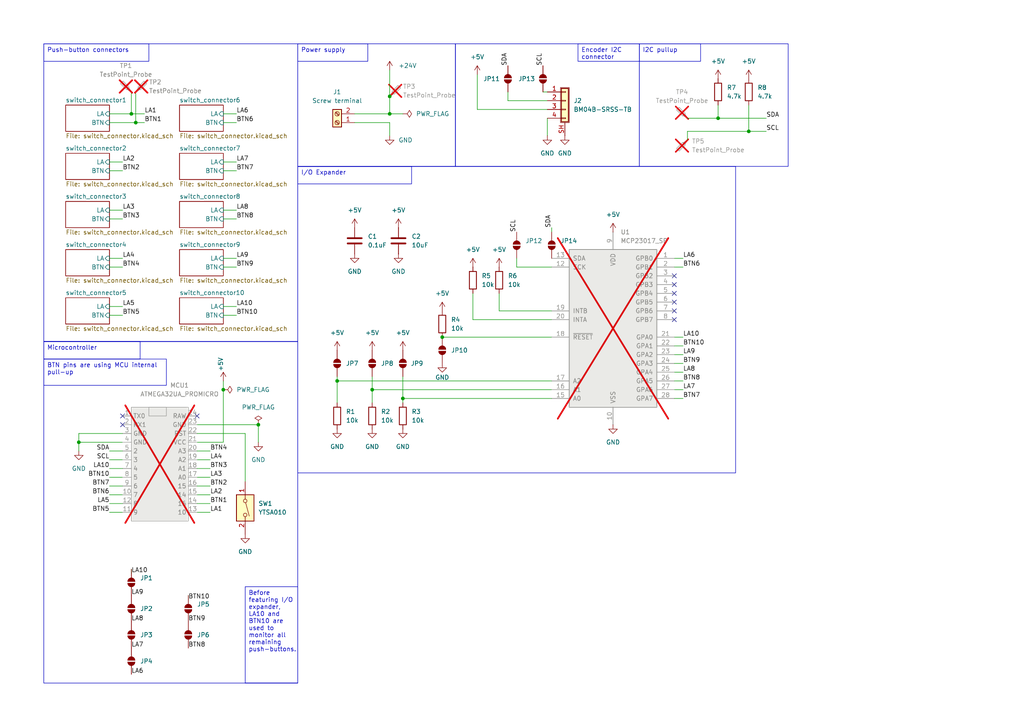
<source format=kicad_sch>
(kicad_sch (version 20231120) (generator "eeschema") (generator_version "8.0")
  (paper "A4")
  (title_block (title "Dianthus (button box)") (date "2024-04-14") (rev "v1") (company "Eliott CHOMARD freelancing"))
  (lib_symbols
    (symbol "Connector:Screw_Terminal_01x02" (pin_names (offset 1.016) hide)
      (property "Reference" "J" (at 0 2.54 0))
      (property "Value" "Screw_Terminal_01x02" (at 0 -5.08 0))
      (symbol "Screw_Terminal_01x02_1_1"
        (rectangle (start -1.27 1.27) (end 1.27 -3.81) (stroke (width 0.254)) (fill (type background)))
        (circle (center 0 -2.54) (radius 0.635) (stroke (width 0.1524)))
        (polyline (pts (xy -0.5334 -2.2098) (xy 0.3302 -3.048)) (stroke (width 0.1524)))
        (polyline (pts (xy -0.5334 0.3302) (xy 0.3302 -0.508)) (stroke (width 0.1524)))
        (polyline (pts (xy -0.3556 -2.032) (xy 0.508 -2.8702)) (stroke (width 0.1524)))
        (polyline (pts (xy -0.3556 0.508) (xy 0.508 -0.3302)) (stroke (width 0.1524)))
        (circle (center 0 0) (radius 0.635) (stroke (width 0.1524)))
        (pin passive line (at -5.08 0 0) (length 3.81) (name "Pin_1") (number "1"))
        (pin passive line (at -5.08 -2.54 0) (length 3.81) (name "Pin_2") (number "2"))
      )
    )
    (symbol "Connector:TestPoint_Probe" (pin_numbers hide) (pin_names (offset 0.762) hide)
      (property "Reference" "TP" (at 1.651 5.842 0))
      (property "Value" "TestPoint_Probe" (at 1.651 4.064 0))
      (symbol "TestPoint_Probe_0_1"
        (polyline (pts (xy 1.27 0.762) (xy 0 0) (xy 0.762 1.27) (xy 1.27 0.762)) (fill (type outline)))
        (polyline (pts (xy 1.397 0.635) (xy 0.635 1.397) (xy 2.413 3.175) (xy 3.175 2.413) (xy 1.397 0.635)) (fill (type background)))
      )
      (symbol "TestPoint_Probe_1_1"
        (pin passive line (at 0 0 90) (length 0) (name "1") (number "1"))
      )
    )
    (symbol "Connector_Generic_Shielded:Conn_01x04_Shielded" (pin_names (offset 1.016) hide)
      (property "Reference" "J" (at 0.254 4.826 0))
      (property "Value" "Conn_01x04_Shielded" (at 1.016 -7.366 0))
      (symbol "Conn_01x04_Shielded_1_1"
        (rectangle (start -1.27 3.81) (end 1.27 -6.35) (stroke (width 0.1524)))
        (rectangle (start -1.016 -4.953) (end 0.254 -5.207) (stroke (width 0.1524)))
        (rectangle (start -1.016 -2.413) (end 0.254 -2.667) (stroke (width 0.1524)))
        (rectangle (start -1.016 0.127) (end 0.254 -0.127) (stroke (width 0.1524)))
        (rectangle (start -1.016 2.667) (end 0.254 2.413) (stroke (width 0.1524)))
        (rectangle (start -1.016 3.556) (end 1.016 -6.096) (stroke (width 0.254)) (fill (type background)))
        (pin passive line (at -5.08 2.54 0) (length 4.064) (name "Pin_1") (number "1"))
        (pin passive line (at -5.08 0 0) (length 4.064) (name "Pin_2") (number "2"))
        (pin passive line (at -5.08 -2.54 0) (length 4.064) (name "Pin_3") (number "3"))
        (pin passive line (at -5.08 -5.08 0) (length 4.064) (name "Pin_4") (number "4"))
        (pin passive line (at 0 -10.16 90) (length 3.81) (name "Shield") (number "SH"))
      )
    )
    (symbol "Device:C" (pin_numbers hide) (pin_names (offset 0.254))
      (property "Reference" "C" (at 0.635 2.54 0))
      (property "Value" "C" (at 0.635 -2.54 0))
      (symbol "C_0_1"
        (polyline (pts (xy -2.032 -0.762) (xy 2.032 -0.762)) (stroke (width 0.508)))
        (polyline (pts (xy -2.032 0.762) (xy 2.032 0.762)) (stroke (width 0.508)))
      )
      (symbol "C_1_1"
        (pin passive line (at 0 3.81 270) (length 2.794) (name "~") (number "1"))
        (pin passive line (at 0 -3.81 90) (length 2.794) (name "~") (number "2"))
      )
    )
    (symbol "Device:R" (pin_numbers hide) (pin_names (offset 0))
      (property "Reference" "R" (at 2.032 0 90))
      (property "Value" "R" (at 0 0 90))
      (symbol "R_0_1"
        (rectangle (start -1.016 -2.54) (end 1.016 2.54) (stroke (width 0.254)))
      )
      (symbol "R_1_1"
        (pin passive line (at 0 3.81 270) (length 1.27) (name "~") (number "1"))
        (pin passive line (at 0 -3.81 90) (length 1.27) (name "~") (number "2"))
      )
    )
    (symbol "Interface_Expansion:MCP23017_SP" (pin_names (offset 1.016))
      (property "Reference" "U" (at -11.43 24.13 0))
      (property "Value" "MCP23017_SP" (at 0 0 0))
      (symbol "MCP23017_SP_0_1"
        (rectangle (start -12.7 22.86) (end 12.7 -22.86) (stroke (width 0.254)) (fill (type background)))
      )
      (symbol "MCP23017_SP_1_1"
        (pin bidirectional line (at 17.78 20.32 180) (length 5.08) (name "GPB0") (number "1"))
        (pin power_in line (at 0 -27.94 90) (length 5.08) (name "VSS") (number "10"))
        (pin no_connect line (at -12.7 15.24 0) (length 5.08) hide (name "NC") (number "11"))
        (pin input line (at -17.78 17.78 0) (length 5.08) (name "SCK") (number "12"))
        (pin bidirectional line (at -17.78 20.32 0) (length 5.08) (name "SDA") (number "13"))
        (pin no_connect line (at -12.7 12.7 0) (length 5.08) hide (name "NC") (number "14"))
        (pin input line (at -17.78 -20.32 0) (length 5.08) (name "A0") (number "15"))
        (pin input line (at -17.78 -17.78 0) (length 5.08) (name "A1") (number "16"))
        (pin input line (at -17.78 -15.24 0) (length 5.08) (name "A2") (number "17"))
        (pin input line (at -17.78 -2.54 0) (length 5.08) (name "~{RESET}") (number "18"))
        (pin tri_state line (at -17.78 5.08 0) (length 5.08) (name "INTB") (number "19"))
        (pin bidirectional line (at 17.78 17.78 180) (length 5.08) (name "GPB1") (number "2"))
        (pin tri_state line (at -17.78 2.54 0) (length 5.08) (name "INTA") (number "20"))
        (pin bidirectional line (at 17.78 -2.54 180) (length 5.08) (name "GPA0") (number "21"))
        (pin bidirectional line (at 17.78 -5.08 180) (length 5.08) (name "GPA1") (number "22"))
        (pin bidirectional line (at 17.78 -7.62 180) (length 5.08) (name "GPA2") (number "23"))
        (pin bidirectional line (at 17.78 -10.16 180) (length 5.08) (name "GPA3") (number "24"))
        (pin bidirectional line (at 17.78 -12.7 180) (length 5.08) (name "GPA4") (number "25"))
        (pin bidirectional line (at 17.78 -15.24 180) (length 5.08) (name "GPA5") (number "26"))
        (pin bidirectional line (at 17.78 -17.78 180) (length 5.08) (name "GPA6") (number "27"))
        (pin bidirectional line (at 17.78 -20.32 180) (length 5.08) (name "GPA7") (number "28"))
        (pin bidirectional line (at 17.78 15.24 180) (length 5.08) (name "GPB2") (number "3"))
        (pin bidirectional line (at 17.78 12.7 180) (length 5.08) (name "GPB3") (number "4"))
        (pin bidirectional line (at 17.78 10.16 180) (length 5.08) (name "GPB4") (number "5"))
        (pin bidirectional line (at 17.78 7.62 180) (length 5.08) (name "GPB5") (number "6"))
        (pin bidirectional line (at 17.78 5.08 180) (length 5.08) (name "GPB6") (number "7"))
        (pin bidirectional line (at 17.78 2.54 180) (length 5.08) (name "GPB7") (number "8"))
        (pin power_in line (at 0 27.94 270) (length 5.08) (name "VDD") (number "9"))
      )
    )
    (symbol "Jumper:SolderJumper_2_Open" (pin_numbers hide) (pin_names (offset 0) hide) (exclude_from_sim yes) (in_bom no)
      (property "Reference" "JP" (at 0 2.032 0))
      (property "Value" "SolderJumper_2_Open" (at 0 -2.54 0))
      (symbol "SolderJumper_2_Open_0_1"
        (arc (start -0.254 1.016) (mid -1.2656 0) (end -0.254 -1.016))
        (arc (start -0.254 1.016) (mid -1.2656 0) (end -0.254 -1.016) (fill (type outline)))
        (polyline (pts (xy -0.254 1.016) (xy -0.254 -1.016)))
        (polyline (pts (xy 0.254 1.016) (xy 0.254 -1.016)))
        (arc (start 0.254 -1.016) (mid 1.2656 0) (end 0.254 1.016))
        (arc (start 0.254 -1.016) (mid 1.2656 0) (end 0.254 1.016) (fill (type outline)))
      )
      (symbol "SolderJumper_2_Open_1_1"
        (pin passive line (at -3.81 0 0) (length 2.54) (name "A") (number "1"))
        (pin passive line (at 3.81 0 180) (length 2.54) (name "B") (number "2"))
      )
    )
    (symbol "Switch:SW_DIP_x01" (pin_names (offset 0) hide)
      (property "Reference" "SW" (at 0 3.81 0))
      (property "Value" "SW_DIP_x01" (at 0 -3.81 0))
      (symbol "SW_DIP_x01_0_0"
        (circle (center -2.032 0) (radius 0.508))
        (polyline (pts (xy -1.524 0.127) (xy 2.3622 1.1684)))
        (circle (center 2.032 0) (radius 0.508))
      )
      (symbol "SW_DIP_x01_0_1"
        (rectangle (start -3.81 2.54) (end 3.81 -2.54) (stroke (width 0.254)) (fill (type background)))
      )
      (symbol "SW_DIP_x01_1_1"
        (pin passive line (at -7.62 0 0) (length 5.08) (name "~") (number "1"))
        (pin passive line (at 7.62 0 180) (length 5.08) (name "~") (number "2"))
      )
    )
    (symbol "breakout:pro_micro"
      (property "Reference" "MCU" (at -5.969 15.621 0))
      (symbol "pro_micro_1_1"
        (rectangle (start -3.81 11.43) (end -8.89 13.97) (fill (type color) (color 255 0 0 1)))
        (rectangle (start 2.54 -19.05) (end -13.97 13.97) (fill (type background)))
        (pin output line (at -16.51 11.43 0) (length 2.54) (name "TX0") (number "1"))
        (pin tri_state line (at -16.51 -11.43 0) (length 2.54) (name "7") (number "10"))
        (pin tri_state line (at -16.51 -16.51 0) (length 2.54) (name "9") (number "11"))
        (pin tri_state line (at -16.51 -13.97 0) (length 2.54) (name "8") (number "12"))
        (pin tri_state line (at 5.08 -16.51 180) (length 2.54) (name "10") (number "13"))
        (pin tri_state line (at 5.08 -13.97 180) (length 2.54) (name "16") (number "14"))
        (pin tri_state line (at 5.08 -11.43 180) (length 2.54) (name "14") (number "15"))
        (pin tri_state line (at 5.08 -8.89 180) (length 2.54) (name "15") (number "16"))
        (pin tri_state line (at 5.08 -6.35 180) (length 2.54) (name "A0") (number "17"))
        (pin tri_state line (at 5.08 -3.81 180) (length 2.54) (name "A1") (number "18"))
        (pin tri_state line (at 5.08 -1.27 180) (length 2.54) (name "A2") (number "19"))
        (pin input line (at -16.51 8.89 0) (length 2.54) (name "RX1") (number "2"))
        (pin tri_state line (at 5.08 1.27 180) (length 2.54) (name "A3") (number "20"))
        (pin power_in line (at 5.08 3.81 180) (length 2.54) (name "VCC") (number "21"))
        (pin input line (at 5.08 6.35 180) (length 2.54) (name "RST") (number "22"))
        (pin power_in line (at 5.08 8.89 180) (length 2.54) (name "GND") (number "23"))
        (pin power_out line (at 5.08 11.43 180) (length 2.54) (name "RAW") (number "24"))
        (pin power_in line (at -16.51 6.35 0) (length 2.54) (name "GND") (number "3"))
        (pin power_in line (at -16.51 3.81 0) (length 2.54) (name "GND") (number "4"))
        (pin tri_state line (at -16.51 1.27 0) (length 2.54) (name "2") (number "5"))
        (pin tri_state line (at -16.51 -1.27 0) (length 2.54) (name "3") (number "6"))
        (pin tri_state line (at -16.51 -3.81 0) (length 2.54) (name "4") (number "7"))
        (pin tri_state line (at -16.51 -6.35 0) (length 2.54) (name "5") (number "8"))
        (pin tri_state line (at -16.51 -8.89 0) (length 2.54) (name "6") (number "9"))
      )
    )
    (symbol "power:+24V" (power) (pin_numbers hide) (pin_names (offset 0) hide)
      (property "Value" "+24V" (at 0 3.556 0))
      (symbol "+24V_0_1"
        (polyline (pts (xy -0.762 1.27) (xy 0 2.54)))
        (polyline (pts (xy 0 0) (xy 0 2.54)))
        (polyline (pts (xy 0 2.54) (xy 0.762 1.27)))
      )
      (symbol "+24V_1_1"
        (pin power_in line (at 0 0 90) (length 0) (name "~") (number "1"))
      )
    )
    (symbol "power:+5V" (power) (pin_numbers hide) (pin_names (offset 0) hide)
      (property "Value" "+5V" (at 0 3.556 0))
      (symbol "+5V_0_1"
        (polyline (pts (xy -0.762 1.27) (xy 0 2.54)))
        (polyline (pts (xy 0 0) (xy 0 2.54)))
        (polyline (pts (xy 0 2.54) (xy 0.762 1.27)))
      )
      (symbol "+5V_1_1"
        (pin power_in line (at 0 0 90) (length 0) (name "~") (number "1"))
      )
    )
    (symbol "power:GND" (power) (pin_numbers hide) (pin_names (offset 0) hide)
      (property "Value" "GND" (at 0 -3.81 0))
      (symbol "GND_0_1"
        (polyline (pts (xy 0 0) (xy 0 -1.27) (xy 1.27 -1.27) (xy 0 -2.54) (xy -1.27 -1.27) (xy 0 -1.27)))
      )
      (symbol "GND_1_1"
        (pin power_in line (at 0 0 270) (length 0) (name "~") (number "1"))
      )
    )
    (symbol "power:PWR_FLAG" (power) (pin_numbers hide) (pin_names (offset 0) hide)
      (property "Value" "PWR_FLAG" (at 0 3.81 0))
      (symbol "PWR_FLAG_0_0"
        (pin power_out line (at 0 0 90) (length 0) (name "~") (number "1"))
      )
      (symbol "PWR_FLAG_0_1"
        (polyline (pts (xy 0 0) (xy 0 1.27) (xy -1.016 1.905) (xy 0 2.54) (xy 1.016 1.905) (xy 0 1.27)))
      )
    )
  )
  (junction (at 22.86 128.27))
  (junction (at 208.28 34.29))
  (junction (at 107.95 113.03))
  (junction (at 128.27 97.79))
  (junction (at 97.79 110.49))
  (junction (at 64.77 113.03))
  (junction (at 217.17 38.1))
  (junction (at 113.03 33.02))
  (junction (at 38.1 33.02))
  (junction (at 39.37 35.56))
  (junction (at 113.03 27.94))
  (junction (at 116.84 115.57))
  (junction (at 74.93 123.19))
  (no_connect (at 195.58 87.63))
  (no_connect (at 35.56 123.19))
  (no_connect (at 35.56 120.65))
  (no_connect (at 195.58 80.01))
  (no_connect (at 195.58 82.55))
  (no_connect (at 57.15 120.65))
  (no_connect (at 195.58 85.09))
  (no_connect (at 195.58 90.17))
  (no_connect (at 195.58 92.71))
  (wire (pts (xy 64.77 46.99) (xy 68.58 46.99)))
  (wire (pts (xy 97.79 110.49) (xy 97.79 116.84)))
  (wire (pts (xy 38.1 26.67) (xy 38.1 33.02)))
  (wire (pts (xy 31.75 49.53) (xy 35.56 49.53)))
  (wire (pts (xy 157.48 26.67) (xy 158.75 26.67)))
  (wire (pts (xy 195.58 115.57) (xy 198.12 115.57)))
  (wire (pts (xy 195.58 105.41) (xy 198.12 105.41)))
  (wire (pts (xy 97.79 110.49) (xy 97.79 109.22)))
  (wire (pts (xy 35.56 128.27) (xy 22.86 128.27)))
  (wire (pts (xy 31.75 77.47) (xy 35.56 77.47)))
  (wire (pts (xy 217.17 38.1) (xy 222.25 38.1)))
  (wire (pts (xy 64.77 128.27) (xy 57.15 128.27)))
  (wire (pts (xy 107.95 113.03) (xy 107.95 116.84)))
  (wire (pts (xy 31.75 130.81) (xy 35.56 130.81)))
  (wire (pts (xy 116.84 115.57) (xy 116.84 109.22)))
  (wire (pts (xy 31.75 133.35) (xy 35.56 133.35)))
  (wire (pts (xy 116.84 33.02) (xy 113.03 33.02)))
  (wire (pts (xy 57.15 135.89) (xy 60.96 135.89)))
  (wire (pts (xy 116.84 115.57) (xy 160.02 115.57)))
  (wire (pts (xy 57.15 133.35) (xy 60.96 133.35)))
  (wire (pts (xy 22.86 128.27) (xy 22.86 130.81)))
  (wire (pts (xy 64.77 74.93) (xy 68.58 74.93)))
  (wire (pts (xy 199.39 38.1) (xy 217.17 38.1)))
  (wire (pts (xy 31.75 63.5) (xy 35.56 63.5)))
  (wire (pts (xy 147.32 26.67) (xy 147.32 29.21)))
  (wire (pts (xy 160.02 90.17) (xy 144.78 90.17)))
  (wire (pts (xy 195.58 110.49) (xy 198.12 110.49)))
  (wire (pts (xy 54.61 173.99) (xy 54.61 172.72)))
  (wire (pts (xy 74.93 128.27) (xy 74.93 123.19)))
  (wire (pts (xy 60.96 140.97) (xy 57.15 140.97)))
  (wire (pts (xy 31.75 140.97) (xy 35.56 140.97)))
  (wire (pts (xy 31.75 88.9) (xy 35.56 88.9)))
  (wire (pts (xy 113.03 27.94) (xy 113.03 33.02)))
  (wire (pts (xy 39.37 26.67) (xy 39.37 35.56)))
  (wire (pts (xy 31.75 33.02) (xy 38.1 33.02)))
  (wire (pts (xy 158.75 34.29) (xy 158.75 39.37)))
  (wire (pts (xy 199.39 34.29) (xy 208.28 34.29)))
  (wire (pts (xy 60.96 148.59) (xy 57.15 148.59)))
  (wire (pts (xy 195.58 97.79) (xy 198.12 97.79)))
  (wire (pts (xy 64.77 63.5) (xy 68.58 63.5)))
  (wire (pts (xy 64.77 33.02) (xy 68.58 33.02)))
  (wire (pts (xy 160.02 92.71) (xy 137.16 92.71)))
  (wire (pts (xy 31.75 138.43) (xy 35.56 138.43)))
  (wire (pts (xy 113.03 20.32) (xy 113.03 27.94)))
  (wire (pts (xy 113.03 39.37) (xy 113.03 35.56)))
  (wire (pts (xy 113.03 35.56) (xy 102.87 35.56)))
  (wire (pts (xy 147.32 29.21) (xy 158.75 29.21)))
  (wire (pts (xy 64.77 60.96) (xy 68.58 60.96)))
  (wire (pts (xy 217.17 30.48) (xy 217.17 38.1)))
  (wire (pts (xy 195.58 74.93) (xy 198.12 74.93)))
  (wire (pts (xy 38.1 166.37) (xy 38.1 165.1)))
  (wire (pts (xy 149.86 77.47) (xy 160.02 77.47)))
  (wire (pts (xy 31.75 146.05) (xy 35.56 146.05)))
  (wire (pts (xy 31.75 74.93) (xy 35.56 74.93)))
  (wire (pts (xy 31.75 35.56) (xy 39.37 35.56)))
  (wire (pts (xy 31.75 46.99) (xy 35.56 46.99)))
  (wire (pts (xy 64.77 35.56) (xy 68.58 35.56)))
  (wire (pts (xy 107.95 113.03) (xy 107.95 109.22)))
  (wire (pts (xy 60.96 143.51) (xy 57.15 143.51)))
  (wire (pts (xy 38.1 33.02) (xy 41.91 33.02)))
  (wire (pts (xy 199.39 40.64) (xy 199.39 38.1)))
  (wire (pts (xy 60.96 146.05) (xy 57.15 146.05)))
  (wire (pts (xy 208.28 34.29) (xy 222.25 34.29)))
  (wire (pts (xy 31.75 143.51) (xy 35.56 143.51)))
  (wire (pts (xy 31.75 135.89) (xy 35.56 135.89)))
  (wire (pts (xy 64.77 113.03) (xy 64.77 128.27)))
  (wire (pts (xy 31.75 60.96) (xy 35.56 60.96)))
  (wire (pts (xy 31.75 91.44) (xy 35.56 91.44)))
  (wire (pts (xy 137.16 92.71) (xy 137.16 85.09)))
  (wire (pts (xy 128.27 97.79) (xy 160.02 97.79)))
  (wire (pts (xy 57.15 130.81) (xy 60.96 130.81)))
  (wire (pts (xy 64.77 49.53) (xy 68.58 49.53)))
  (wire (pts (xy 71.12 125.73) (xy 71.12 139.7)))
  (wire (pts (xy 64.77 88.9) (xy 68.58 88.9)))
  (wire (pts (xy 149.86 74.93) (xy 149.86 77.47)))
  (wire (pts (xy 74.93 123.19) (xy 57.15 123.19)))
  (wire (pts (xy 195.58 100.33) (xy 198.12 100.33)))
  (wire (pts (xy 138.43 21.59) (xy 138.43 31.75)))
  (wire (pts (xy 31.75 148.59) (xy 35.56 148.59)))
  (wire (pts (xy 71.12 125.73) (xy 57.15 125.73)))
  (wire (pts (xy 195.58 102.87) (xy 198.12 102.87)))
  (wire (pts (xy 208.28 30.48) (xy 208.28 34.29)))
  (wire (pts (xy 64.77 77.47) (xy 68.58 77.47)))
  (wire (pts (xy 107.95 113.03) (xy 160.02 113.03)))
  (wire (pts (xy 113.03 33.02) (xy 102.87 33.02)))
  (wire (pts (xy 116.84 115.57) (xy 116.84 116.84)))
  (wire (pts (xy 22.86 125.73) (xy 22.86 128.27)))
  (wire (pts (xy 35.56 125.73) (xy 22.86 125.73)))
  (wire (pts (xy 64.77 110.49) (xy 64.77 113.03)))
  (wire (pts (xy 160.02 67.31) (xy 160.02 66.04)))
  (wire (pts (xy 60.96 138.43) (xy 57.15 138.43)))
  (wire (pts (xy 195.58 107.95) (xy 198.12 107.95)))
  (wire (pts (xy 195.58 77.47) (xy 198.12 77.47)))
  (wire (pts (xy 64.77 91.44) (xy 68.58 91.44)))
  (wire (pts (xy 195.58 113.03) (xy 198.12 113.03)))
  (wire (pts (xy 97.79 110.49) (xy 160.02 110.49)))
  (wire (pts (xy 138.43 31.75) (xy 158.75 31.75)))
  (wire (pts (xy 144.78 90.17) (xy 144.78 85.09)))
  (wire (pts (xy 39.37 35.56) (xy 41.91 35.56)))
  (rectangle (start 12.7 12.7) (end 86.36 99.06))
  (rectangle (start 132.08 12.7) (end 185.42 48.26))
  (rectangle (start 86.36 48.26) (end 213.36 137.16))
  (rectangle (start 185.42 12.7) (end 228.6 48.26))
  (rectangle (start 86.36 12.7) (end 132.08 48.26))
  (rectangle (start 12.7 99.06) (end 86.36 198.12))
  (text_box "I2C pullup" (at 185.42 12.7 0) (size 17.78 5.08) (effects (font (size 1.27 1.27)) (justify left top)))
  (text_box "Encoder I2C connector" (at 167.64 12.7 0) (size 17.78 5.08) (effects (font (size 1.27 1.27)) (justify left top)))
  (text_box "BTN pins are using MCU internal pull-up" (at 12.7 104.14 0) (size 35.56 7.62) (effects (font (size 1.27 1.27)) (justify left top)))
  (text_box "Push-button connectors" (at 12.7 12.7 0) (size 30.48 5.08) (effects (font (size 1.27 1.27)) (justify left top)))
  (text_box "Before featuring I/O expander, LA10 and BTN10 are used to monitor all remaining push-buttons." (at 71.12 170.18 0) (size 15.24 27.94) (effects (font (size 1.27 1.27)) (justify left top)))
  (text_box "Power supply" (at 86.36 12.7 0) (size 20.32 5.08) (effects (font (size 1.27 1.27)) (justify left top)))
  (text_box "I/O Expander" (at 86.36 48.26 0) (size 33.02 5.08) (effects (font (size 1.27 1.27)) (justify left top)))
  (text_box "Microcontroller" (at 12.7 99.06 0) (size 27.94 5.08) (effects (font (size 1.27 1.27)) (justify left top)))
  (label "BTN10" (at 198.12 100.33 0))
  (label "SDA" (at 160.02 66.04 90))
  (label "BTN7" (at 31.75 140.97 180))
  (label "SCL" (at 157.48 19.05 90))
  (label "BTN5" (at 31.75 148.59 180))
  (label "LA10" (at 198.12 97.79 0))
  (label "BTN4" (at 60.96 130.81 0))
  (label "BTN9" (at 198.12 105.41 0))
  (label "BTN10" (at 54.61 173.99 0))
  (label "LA7" (at 68.58 46.99 0))
  (label "LA6" (at 68.58 33.02 0))
  (label "BTN2" (at 35.56 49.53 0))
  (label "BTN6" (at 31.75 143.51 180))
  (label "LA1" (at 41.91 33.02 0))
  (label "BTN5" (at 35.56 91.44 0))
  (label "LA1" (at 60.96 148.59 0))
  (label "LA10" (at 31.75 135.89 180))
  (label "LA10" (at 68.58 88.9 0))
  (label "LA7" (at 198.12 113.03 0))
  (label "BTN6" (at 68.58 35.56 0))
  (label "BTN7" (at 198.12 115.57 0))
  (label "LA5" (at 35.56 88.9 0))
  (label "BTN1" (at 41.91 35.56 0))
  (label "BTN9" (at 68.58 77.47 0))
  (label "BTN10" (at 68.58 91.44 0))
  (label "BTN8" (at 198.12 110.49 0))
  (label "LA3" (at 35.56 60.96 0))
  (label "BTN10" (at 31.75 138.43 180))
  (label "SCL" (at 222.25 38.1 0))
  (label "LA8" (at 68.58 60.96 0))
  (label "BTN3" (at 60.96 135.89 0))
  (label "LA9" (at 38.1 172.72 0))
  (label "BTN9" (at 54.61 180.34 0))
  (label "BTN2" (at 60.96 140.97 0))
  (label "LA8" (at 38.1 180.34 0))
  (label "LA9" (at 68.58 74.93 0))
  (label "LA3" (at 60.96 138.43 0))
  (label "LA7" (at 38.1 187.96 0))
  (label "SDA" (at 147.32 19.05 90))
  (label "BTN8" (at 68.58 63.5 0))
  (label "LA6" (at 38.1 195.58 0))
  (label "LA10" (at 38.1 166.37 0))
  (label "BTN8" (at 54.61 187.96 0))
  (label "LA9" (at 198.12 102.87 0))
  (label "SCL" (at 31.75 133.35 180))
  (label "LA2" (at 35.56 46.99 0))
  (label "SDA" (at 222.25 34.29 0))
  (label "LA8" (at 198.12 107.95 0))
  (label "BTN1" (at 60.96 146.05 0))
  (label "BTN7" (at 68.58 49.53 0))
  (label "LA5" (at 31.75 146.05 180))
  (label "LA2" (at 60.96 143.51 0))
  (label "BTN4" (at 35.56 77.47 0))
  (label "SDA" (at 31.75 130.81 180))
  (label "LA4" (at 35.56 74.93 0))
  (label "SCL" (at 149.86 67.31 90))
  (label "LA6" (at 198.12 74.93 0))
  (label "BTN3" (at 35.56 63.5 0))
  (label "BTN6" (at 198.12 77.47 0))
  (label "LA4" (at 60.96 133.35 0))
  (symbol (lib_id "Connector:TestPoint_Probe") (at 38.1 26.67 90) (unit 1) (dnp yes)
    (property "Reference" "TP1" (at 36.5125 19.05 90))
    (property "Value" "TestPoint_Probe" (at 36.5125 21.59 90))
    (property "Footprint" "TestPoint:TestPoint_THTPad_D3.0mm_Drill1.5mm" (effects (hide yes)))
    (property "Description" "test point (alternative probe-style design)" (effects (hide yes)))
  )
  (symbol (lib_id "power:GND") (at 163.83 39.37 0) (unit 1)
    (property "Reference" "#PWR022" (effects (hide yes)))
    (property "Value" "GND" (at 163.83 44.45 0))
    (property "Description" "Power symbol creates a global label with name \"GND\" , ground" (effects (hide yes)))
  )
  (symbol (lib_id "Jumper:SolderJumper_2_Open") (at 54.61 184.15 270) (unit 1) (exclude_from_sim yes) (in_bom no)
    (property "Reference" "JP6" (at 57.15 184.1499 90) (effects (justify left)))
    (property "Value" "SolderJumper_2_Open" (effects (hide yes)))
    (property "Footprint" "Jumper:SolderJumper-2_P1.3mm_Open_Pad1.0x1.5mm" (effects (hide yes)))
    (property "Description" "Solder Jumper, 2-pole, open" (effects (hide yes)))
  )
  (symbol (lib_id "power:+24V") (at 113.03 20.32 0) (unit 1)
    (property "Reference" "#PWR010" (effects (hide yes)))
    (property "Value" "+24V" (at 115.57 19.0499 0) (effects (justify left)))
    (property "Description" "Power symbol creates a global label with name \"+24V\"" (effects (hide yes)))
  )
  (symbol (lib_id "power:+5V") (at 144.78 77.47 0) (unit 1)
    (property "Reference" "#PWR020" (effects (hide yes)))
    (property "Value" "+5V" (at 144.78 72.39 0))
    (property "Description" "Power symbol creates a global label with name \"+5V\"" (effects (hide yes)))
  )
  (symbol (lib_id "power:+5V") (at 116.84 101.6 0) (unit 1)
    (property "Reference" "#PWR014" (effects (hide yes)))
    (property "Value" "+5V" (at 116.84 96.52 0))
    (property "Description" "Power symbol creates a global label with name \"+5V\"" (effects (hide yes)))
  )
  (symbol (lib_id "Connector_Generic_Shielded:Conn_01x04_Shielded") (at 163.83 29.21 0) (unit 1)
    (property "Reference" "J2" (at 166.37 29.2099 0) (effects (justify left)))
    (property "Value" "BM04B-SRSS-TB" (at 166.37 31.7499 0) (effects (justify left)))
    (property "Footprint" "jlcpcb:JST_SH_BM04B-SRSS-TB_1x04-1MP_P1.00mm_Vertical" (effects (hide yes)))
    (property "Description" "Generic shielded connector, single row, 01x04, script generated (kicad-library-utils/schlib/autogen/connector/)" (effects (hide yes)))
    (property "MPN" "C160390" (effects (hide yes)))
  )
  (symbol (lib_id "Device:R") (at 208.28 26.67 0) (unit 1)
    (property "Reference" "R7" (at 210.82 25.3999 0) (effects (justify left)))
    (property "Value" "4.7k" (at 210.82 27.9399 0) (effects (justify left)))
    (property "Footprint" "Resistor_SMD:R_0805_2012Metric" (effects (hide yes)))
    (property "Description" "Resistor" (effects (hide yes)))
    (property "MPN" "C17675" (effects (hide yes)))
  )
  (symbol (lib_id "power:GND") (at 115.57 73.66 0) (unit 1)
    (property "Reference" "#PWR013" (effects (hide yes)))
    (property "Value" "GND" (at 115.57 78.74 0))
    (property "Description" "Power symbol creates a global label with name \"GND\" , ground" (effects (hide yes)))
  )
  (symbol (lib_id "Device:R") (at 116.84 120.65 0) (unit 1)
    (property "Reference" "R3" (at 119.38 119.3799 0) (effects (justify left)))
    (property "Value" "10k" (at 119.38 121.9199 0) (effects (justify left)))
    (property "Footprint" "Resistor_SMD:R_0805_2012Metric" (effects (hide yes)))
    (property "Description" "Resistor" (effects (hide yes)))
    (property "MPN" "C17414" (effects (hide yes)))
  )
  (symbol (lib_id "Connector:Screw_Terminal_01x02") (at 97.79 35.56 180) (unit 1)
    (property "Reference" "J1" (at 97.79 26.67 0))
    (property "Value" "Screw terminal" (at 97.79 29.21 0))
    (property "Footprint" "jlcpcb:DB301V-3.5-2P-GN-S" (effects (hide yes)))
    (property "Description" "Generic screw terminal, single row, 01x02, script generated (kicad-library-utils/schlib/autogen/connector/)" (effects (hide yes)))
    (property "MPN" "C695629" (effects (hide yes)))
  )
  (symbol (lib_id "power:PWR_FLAG") (at 64.77 113.03 270) (unit 1)
    (property "Reference" "#FLG03" (effects (hide yes)))
    (property "Value" "PWR_FLAG" (at 68.58 113.0299 90) (effects (justify left)))
    (property "Description" "Special symbol for telling ERC where power comes from" (effects (hide yes)))
  )
  (symbol (lib_id "Device:C") (at 115.57 69.85 0) (unit 1)
    (property "Reference" "C2" (at 119.38 68.5799 0) (effects (justify left)))
    (property "Value" "10uF" (at 119.38 71.1199 0) (effects (justify left)))
    (property "Footprint" "Capacitor_SMD:C_1206_3216Metric" (effects (hide yes)))
    (property "Description" "Unpolarized capacitor" (effects (hide yes)))
    (property "MPN" "C13585" (effects (hide yes)))
  )
  (symbol (lib_id "Jumper:SolderJumper_2_Open") (at 128.27 101.6 90) (unit 1) (exclude_from_sim yes) (in_bom no)
    (property "Reference" "JP10" (at 130.81 101.5999 90) (effects (justify right)))
    (property "Value" "SolderJumper_2_Open" (effects (hide yes)))
    (property "Footprint" "Jumper:SolderJumper-2_P1.3mm_Open_Pad1.0x1.5mm" (effects (hide yes)))
    (property "Description" "Solder Jumper, 2-pole, open" (effects (hide yes)))
  )
  (symbol (lib_id "Interface_Expansion:MCP23017_SP") (at 177.8 95.25 0) (unit 1) (dnp yes)
    (property "Reference" "U1" (at 179.9941 67.31 0) (effects (justify left)))
    (property "Value" "MCP23017_SP" (at 179.9941 69.85 0) (effects (justify left)))
    (property "Footprint" "Package_DIP:DIP-28_W7.62mm" (effects (hide yes)))
    (property "Datasheet" "http://ww1.microchip.com/downloads/en/DeviceDoc/20001952C.pdf" (effects (hide yes)))
    (property "Description" "16-bit I/O expander, I2C, interrupts, w pull-ups, SPDIP-28" (effects (hide yes)))
  )
  (symbol (lib_id "Jumper:SolderJumper_2_Open") (at 38.1 176.53 270) (unit 1) (exclude_from_sim yes) (in_bom no)
    (property "Reference" "JP2" (at 40.64 176.5299 90) (effects (justify left)))
    (property "Value" "SolderJumper_2_Open" (effects (hide yes)))
    (property "Footprint" "Jumper:SolderJumper-2_P1.3mm_Open_Pad1.0x1.5mm" (effects (hide yes)))
    (property "Description" "Solder Jumper, 2-pole, open" (effects (hide yes)))
  )
  (symbol (lib_id "power:GND") (at 71.12 154.94 0) (unit 1)
    (property "Reference" "#PWR02" (effects (hide yes)))
    (property "Value" "GND" (at 71.12 160.02 0))
    (property "Description" "Power symbol creates a global label with name \"GND\" , ground" (effects (hide yes)))
  )
  (symbol (lib_id "power:PWR_FLAG") (at 116.84 33.02 270) (unit 1)
    (property "Reference" "#FLG01" (effects (hide yes)))
    (property "Value" "PWR_FLAG" (at 120.65 33.0199 90) (effects (justify left)))
    (property "Description" "Special symbol for telling ERC where power comes from" (effects (hide yes)))
  )
  (symbol (lib_id "power:+5V") (at 137.16 77.47 0) (unit 1)
    (property "Reference" "#PWR018" (effects (hide yes)))
    (property "Value" "+5V" (at 137.16 72.39 0))
    (property "Description" "Power symbol creates a global label with name \"+5V\"" (effects (hide yes)))
  )
  (symbol (lib_id "power:+5V") (at 128.27 90.17 0) (unit 1)
    (property "Reference" "#PWR016" (effects (hide yes)))
    (property "Value" "+5V" (at 128.27 85.09 0))
    (property "Description" "Power symbol creates a global label with name \"+5V\"" (effects (hide yes)))
  )
  (symbol (lib_id "power:GND") (at 158.75 39.37 0) (unit 1)
    (property "Reference" "#PWR021" (effects (hide yes)))
    (property "Value" "GND" (at 158.75 44.45 0))
    (property "Description" "Power symbol creates a global label with name \"GND\" , ground" (effects (hide yes)))
  )
  (symbol (lib_id "breakout:pro_micro") (at 52.07 132.08 0) (unit 1) (dnp yes)
    (property "Reference" "MCU1" (at 52.07 111.76 0))
    (property "Value" "ATMEGA32UA_PROMICRO" (at 52.07 114.3 0))
    (property "Footprint" "jlcpcb:ProMicro" (effects (hide yes)))
  )
  (symbol (lib_id "Connector:TestPoint_Probe") (at 113.03 27.94 0) (unit 1) (dnp yes)
    (property "Reference" "TP3" (at 116.84 25.0824 0) (effects (justify left)))
    (property "Value" "TestPoint_Probe" (at 116.84 27.6224 0) (effects (justify left)))
    (property "Footprint" "TestPoint:TestPoint_THTPad_D3.0mm_Drill1.5mm" (effects (hide yes)))
    (property "Description" "test point (alternative probe-style design)" (effects (hide yes)))
  )
  (symbol (lib_id "power:+5V") (at 97.79 101.6 0) (unit 1)
    (property "Reference" "#PWR04" (effects (hide yes)))
    (property "Value" "+5V" (at 97.79 96.52 0))
    (property "Description" "Power symbol creates a global label with name \"+5V\"" (effects (hide yes)))
  )
  (symbol (lib_id "Jumper:SolderJumper_2_Open") (at 147.32 22.86 90) (unit 1) (exclude_from_sim yes) (in_bom no)
    (property "Reference" "JP11" (at 145.034 22.86 90) (effects (justify left)))
    (property "Value" "SolderJumper_2_Open" (effects (hide yes)))
    (property "Footprint" "Jumper:SolderJumper-2_P1.3mm_Open_Pad1.0x1.5mm" (effects (hide yes)))
    (property "Description" "Solder Jumper, 2-pole, open" (effects (hide yes)))
  )
  (symbol (lib_id "power:+5V") (at 115.57 66.04 0) (unit 1)
    (property "Reference" "#PWR012" (effects (hide yes)))
    (property "Value" "+5V" (at 115.57 60.96 0))
    (property "Description" "Power symbol creates a global label with name \"+5V\"" (effects (hide yes)))
  )
  (symbol (lib_id "Jumper:SolderJumper_2_Open") (at 160.02 71.12 270) (unit 1) (exclude_from_sim yes) (in_bom no)
    (property "Reference" "JP14" (at 162.56 69.8499 90) (effects (justify left)))
    (property "Value" "SolderJumper_2_Open" (effects (hide yes)))
    (property "Footprint" "Jumper:SolderJumper-2_P1.3mm_Open_Pad1.0x1.5mm" (effects (hide yes)))
    (property "Description" "Solder Jumper, 2-pole, open" (effects (hide yes)))
  )
  (symbol (lib_id "Device:R") (at 144.78 81.28 0) (unit 1)
    (property "Reference" "R6" (at 147.32 80.0099 0) (effects (justify left)))
    (property "Value" "10k" (at 147.32 82.5499 0) (effects (justify left)))
    (property "Footprint" "Resistor_SMD:R_0805_2012Metric" (effects (hide yes)))
    (property "Description" "Resistor" (effects (hide yes)))
    (property "jMPN" "C17414" (effects (hide yes)))
  )
  (symbol (lib_id "Connector:TestPoint_Probe") (at 199.39 34.29 90) (unit 1) (dnp yes)
    (property "Reference" "TP4" (at 197.8025 26.67 90))
    (property "Value" "TestPoint_Probe" (at 197.8025 29.21 90))
    (property "Footprint" "TestPoint:TestPoint_THTPad_D3.0mm_Drill1.5mm" (effects (hide yes)))
    (property "Description" "test point (alternative probe-style design)" (effects (hide yes)))
  )
  (symbol (lib_id "Jumper:SolderJumper_2_Open") (at 157.48 22.86 90) (unit 1) (exclude_from_sim yes) (in_bom no)
    (property "Reference" "JP13" (at 155.194 22.86 90) (effects (justify left)))
    (property "Value" "SolderJumper_2_Open" (effects (hide yes)))
    (property "Footprint" "Jumper:SolderJumper-2_P1.3mm_Open_Pad1.0x1.5mm" (effects (hide yes)))
    (property "Description" "Solder Jumper, 2-pole, open" (effects (hide yes)))
  )
  (symbol (lib_id "Jumper:SolderJumper_2_Open") (at 97.79 105.41 270) (unit 1) (exclude_from_sim yes) (in_bom no)
    (property "Reference" "JP7" (at 100.33 105.4099 90) (effects (justify left)))
    (property "Value" "SolderJumper_2_Open" (effects (hide yes)))
    (property "Footprint" "Jumper:SolderJumper-2_P1.3mm_Open_Pad1.0x1.5mm" (effects (hide yes)))
    (property "Description" "Solder Jumper, 2-pole, open" (effects (hide yes)))
  )
  (symbol (lib_id "power:GND") (at 74.93 128.27 0) (unit 1)
    (property "Reference" "#PWR03" (effects (hide yes)))
    (property "Value" "GND" (at 74.93 133.35 0))
    (property "Description" "Power symbol creates a global label with name \"GND\" , ground" (effects (hide yes)))
  )
  (symbol (lib_id "power:+5V") (at 138.43 21.59 0) (unit 1)
    (property "Reference" "#PWR019" (effects (hide yes)))
    (property "Value" "+5V" (at 138.43 16.51 0))
    (property "Description" "Power symbol creates a global label with name \"+5V\"" (effects (hide yes)))
  )
  (symbol (lib_id "Device:R") (at 97.79 120.65 0) (unit 1)
    (property "Reference" "R1" (at 100.33 119.3799 0) (effects (justify left)))
    (property "Value" "10k" (at 100.33 121.9199 0) (effects (justify left)))
    (property "Footprint" "Resistor_SMD:R_0805_2012Metric" (effects (hide yes)))
    (property "Description" "Resistor" (effects (hide yes)))
    (property "MPN" "C17414" (effects (hide yes)))
  )
  (symbol (lib_id "Jumper:SolderJumper_2_Open") (at 38.1 184.15 90) (unit 1) (exclude_from_sim yes) (in_bom no)
    (property "Reference" "JP3" (at 40.64 184.1499 90) (effects (justify right)))
    (property "Value" "SolderJumper_2_Open" (effects (hide yes)))
    (property "Footprint" "Jumper:SolderJumper-2_P1.3mm_Open_Pad1.0x1.5mm" (effects (hide yes)))
    (property "Description" "Solder Jumper, 2-pole, open" (effects (hide yes)))
  )
  (symbol (lib_id "Connector:TestPoint_Probe") (at 199.39 40.64 180) (unit 1) (dnp yes)
    (property "Reference" "TP5" (at 200.66 40.9574 0) (effects (justify right)))
    (property "Value" "TestPoint_Probe" (at 200.66 43.4974 0) (effects (justify right)))
    (property "Footprint" "TestPoint:TestPoint_THTPad_D3.0mm_Drill1.5mm" (effects (hide yes)))
    (property "Description" "test point (alternative probe-style design)" (effects (hide yes)))
  )
  (symbol (lib_id "power:GND") (at 102.87 73.66 0) (unit 1)
    (property "Reference" "#PWR07" (effects (hide yes)))
    (property "Value" "GND" (at 102.87 78.74 0))
    (property "Description" "Power symbol creates a global label with name \"GND\" , ground" (effects (hide yes)))
  )
  (symbol (lib_id "Jumper:SolderJumper_2_Open") (at 116.84 105.41 270) (unit 1) (exclude_from_sim yes) (in_bom no)
    (property "Reference" "JP9" (at 119.126 105.41 90) (effects (justify left)))
    (property "Value" "SolderJumper_2_Open" (effects (hide yes)))
    (property "Footprint" "Jumper:SolderJumper-2_P1.3mm_Open_Pad1.0x1.5mm" (effects (hide yes)))
    (property "Description" "Solder Jumper, 2-pole, open" (effects (hide yes)))
  )
  (symbol (lib_id "Jumper:SolderJumper_2_Open") (at 54.61 176.53 90) (unit 1) (exclude_from_sim yes) (in_bom no)
    (property "Reference" "JP5" (at 57.15 175.2599 90) (effects (justify right)))
    (property "Value" "SolderJumper_2_Open" (effects (hide yes)))
    (property "Footprint" "Jumper:SolderJumper-2_P1.3mm_Open_Pad1.0x1.5mm" (effects (hide yes)))
    (property "Description" "Solder Jumper, 2-pole, open" (effects (hide yes)))
  )
  (symbol (lib_id "power:GND") (at 113.03 39.37 0) (unit 1)
    (property "Reference" "#PWR011" (effects (hide yes)))
    (property "Value" "GND" (at 115.57 40.6399 0) (effects (justify left)))
    (property "Description" "Power symbol creates a global label with name \"GND\" , ground" (effects (hide yes)))
  )
  (symbol (lib_id "Jumper:SolderJumper_2_Open") (at 38.1 168.91 90) (unit 1) (exclude_from_sim yes) (in_bom no)
    (property "Reference" "JP1" (at 40.64 167.6399 90) (effects (justify right)))
    (property "Value" "SolderJumper_2_Open" (effects (hide yes)))
    (property "Footprint" "Jumper:SolderJumper-2_P1.3mm_Open_Pad1.0x1.5mm" (effects (hide yes)))
    (property "Description" "Solder Jumper, 2-pole, open" (effects (hide yes)))
  )
  (symbol (lib_id "power:GND") (at 107.95 124.46 0) (unit 1)
    (property "Reference" "#PWR09" (effects (hide yes)))
    (property "Value" "GND" (at 107.95 129.54 0))
    (property "Description" "Power symbol creates a global label with name \"GND\" , ground" (effects (hide yes)))
  )
  (symbol (lib_id "Device:C") (at 102.87 69.85 0) (unit 1)
    (property "Reference" "C1" (at 106.68 68.5799 0) (effects (justify left)))
    (property "Value" "0.1uF" (at 106.68 71.1199 0) (effects (justify left)))
    (property "Footprint" "Capacitor_SMD:C_0402_1005Metric" (effects (hide yes)))
    (property "Description" "Unpolarized capacitor" (effects (hide yes)))
    (property "MPN" "C307331" (effects (hide yes)))
  )
  (symbol (lib_id "power:+5V") (at 107.95 101.6 0) (unit 1)
    (property "Reference" "#PWR08" (effects (hide yes)))
    (property "Value" "+5V" (at 107.95 96.52 0))
    (property "Description" "Power symbol creates a global label with name \"+5V\"" (effects (hide yes)))
  )
  (symbol (lib_id "Device:R") (at 137.16 81.28 0) (unit 1)
    (property "Reference" "R5" (at 139.7 80.0099 0) (effects (justify left)))
    (property "Value" "10k" (at 139.7 82.5499 0) (effects (justify left)))
    (property "Footprint" "Resistor_SMD:R_0805_2012Metric" (effects (hide yes)))
    (property "Description" "Resistor" (effects (hide yes)))
    (property "MPN" "C17414" (effects (hide yes)))
  )
  (symbol (lib_id "power:+5V") (at 208.28 22.86 0) (unit 1)
    (property "Reference" "#PWR025" (effects (hide yes)))
    (property "Value" "+5V" (at 208.28 17.78 0))
    (property "Description" "Power symbol creates a global label with name \"+5V\"" (effects (hide yes)))
  )
  (symbol (lib_id "Jumper:SolderJumper_2_Open") (at 149.86 71.12 90) (unit 1) (exclude_from_sim yes) (in_bom no)
    (property "Reference" "JP12" (at 152.4 69.8499 90) (effects (justify right)))
    (property "Value" "SolderJumper_2_Open" (effects (hide yes)))
    (property "Footprint" "Jumper:SolderJumper-2_P1.3mm_Open_Pad1.0x1.5mm" (effects (hide yes)))
    (property "Description" "Solder Jumper, 2-pole, open" (effects (hide yes)))
  )
  (symbol (lib_id "power:PWR_FLAG") (at 74.93 123.19 0) (unit 1)
    (property "Reference" "#FLG02" (effects (hide yes)))
    (property "Value" "PWR_FLAG" (at 74.93 118.11 0))
    (property "Description" "Special symbol for telling ERC where power comes from" (effects (hide yes)))
  )
  (symbol (lib_id "Switch:SW_DIP_x01") (at 71.12 147.32 270) (unit 1)
    (property "Reference" "SW1" (at 74.93 146.0499 90) (effects (justify left)))
    (property "Value" "YTSA010" (at 74.93 148.5899 90) (effects (justify left)))
    (property "Footprint" "jlcpcb:YTS-C015-X" (effects (hide yes)))
    (property "Description" "1x DIP Switch, Single Pole Single Throw (SPST) switch, small symbol" (effects (hide yes)))
    (property "MPN" "C2910844" (effects (hide yes)))
  )
  (symbol (lib_id "power:GND") (at 22.86 130.81 0) (unit 1)
    (property "Reference" "#PWR0107" (effects (hide yes)))
    (property "Value" "GND" (at 22.86 135.89 0))
    (property "Description" "Power symbol creates a global label with name \"GND\" , ground" (effects (hide yes)))
  )
  (symbol (lib_id "Device:R") (at 217.17 26.67 0) (unit 1)
    (property "Reference" "R8" (at 219.71 25.3999 0) (effects (justify left)))
    (property "Value" "4.7k" (at 219.71 27.9399 0) (effects (justify left)))
    (property "Footprint" "Resistor_SMD:R_0805_2012Metric" (effects (hide yes)))
    (property "Description" "Resistor" (effects (hide yes)))
    (property "MPN" "C17675" (effects (hide yes)))
  )
  (symbol (lib_id "power:+5V") (at 64.77 110.49 0) (unit 1)
    (property "Reference" "#PWR01" (effects (hide yes)))
    (property "Value" "+5V" (at 64.008 107.696 90) (effects (justify left)))
    (property "Description" "Power symbol creates a global label with name \"+5V\"" (effects (hide yes)))
  )
  (symbol (lib_id "Jumper:SolderJumper_2_Open") (at 38.1 191.77 90) (unit 1) (exclude_from_sim yes) (in_bom no)
    (property "Reference" "JP4" (at 40.64 191.7699 90) (effects (justify right)))
    (property "Value" "SolderJumper_2_Open" (effects (hide yes)))
    (property "Footprint" "Jumper:SolderJumper-2_P1.3mm_Open_Pad1.0x1.5mm" (effects (hide yes)))
    (property "Description" "Solder Jumper, 2-pole, open" (effects (hide yes)))
  )
  (symbol (lib_id "power:+5V") (at 102.87 66.04 0) (unit 1)
    (property "Reference" "#PWR06" (effects (hide yes)))
    (property "Value" "+5V" (at 102.87 60.96 0))
    (property "Description" "Power symbol creates a global label with name \"+5V\"" (effects (hide yes)))
  )
  (symbol (lib_id "Jumper:SolderJumper_2_Open") (at 107.95 105.41 270) (unit 1) (exclude_from_sim yes) (in_bom no)
    (property "Reference" "JP8" (at 110.49 105.4099 90) (effects (justify left)))
    (property "Value" "SolderJumper_2_Open" (effects (hide yes)))
    (property "Footprint" "Jumper:SolderJumper-2_P1.3mm_Open_Pad1.0x1.5mm" (effects (hide yes)))
    (property "Description" "Solder Jumper, 2-pole, open" (effects (hide yes)))
  )
  (symbol (lib_id "power:+5V") (at 177.8 67.31 0) (unit 1)
    (property "Reference" "#PWR023" (effects (hide yes)))
    (property "Value" "+5V" (at 177.8 62.23 0))
    (property "Description" "Power symbol creates a global label with name \"+5V\"" (effects (hide yes)))
  )
  (symbol (lib_id "power:+5V") (at 217.17 22.86 0) (unit 1)
    (property "Reference" "#PWR026" (effects (hide yes)))
    (property "Value" "+5V" (at 217.17 17.78 0))
    (property "Description" "Power symbol creates a global label with name \"+5V\"" (effects (hide yes)))
  )
  (symbol (lib_id "Device:R") (at 128.27 93.98 0) (unit 1)
    (property "Reference" "R4" (at 130.81 92.7099 0) (effects (justify left)))
    (property "Value" "10k" (at 130.81 95.2499 0) (effects (justify left)))
    (property "Footprint" "Resistor_SMD:R_0805_2012Metric" (effects (hide yes)))
    (property "Description" "Resistor" (effects (hide yes)))
    (property "MPN" "C17414" (effects (hide yes)))
  )
  (symbol (lib_id "power:GND") (at 128.27 105.41 0) (unit 1)
    (property "Reference" "#PWR017" (effects (hide yes)))
    (property "Value" "GND" (at 128.27 109.474 0))
    (property "Description" "Power symbol creates a global label with name \"GND\" , ground" (effects (hide yes)))
  )
  (symbol (lib_id "power:GND") (at 177.8 123.19 0) (unit 1)
    (property "Reference" "#PWR024" (effects (hide yes)))
    (property "Value" "GND" (at 177.8 128.27 0))
    (property "Description" "Power symbol creates a global label with name \"GND\" , ground" (effects (hide yes)))
  )
  (symbol (lib_id "Device:R") (at 107.95 120.65 0) (unit 1)
    (property "Reference" "R2" (at 110.49 119.3799 0) (effects (justify left)))
    (property "Value" "10k" (at 110.49 121.9199 0) (effects (justify left)))
    (property "Footprint" "Resistor_SMD:R_0805_2012Metric" (effects (hide yes)))
    (property "Description" "Resistor" (effects (hide yes)))
    (property "MPN" "C17414" (effects (hide yes)))
  )
  (symbol (lib_id "Connector:TestPoint_Probe") (at 39.37 26.67 0) (unit 1) (dnp yes)
    (property "Reference" "TP2" (at 43.18 23.8124 0) (effects (justify left)))
    (property "Value" "TestPoint_Probe" (at 43.18 26.3524 0) (effects (justify left)))
    (property "Footprint" "TestPoint:TestPoint_THTPad_D3.0mm_Drill1.5mm" (effects (hide yes)))
    (property "Description" "test point (alternative probe-style design)" (effects (hide yes)))
  )
  (symbol (lib_id "power:GND") (at 116.84 124.46 0) (unit 1)
    (property "Reference" "#PWR015" (effects (hide yes)))
    (property "Value" "GND" (at 116.84 129.54 0))
    (property "Description" "Power symbol creates a global label with name \"GND\" , ground" (effects (hide yes)))
  )
  (symbol (lib_id "power:GND") (at 97.79 124.46 0) (unit 1)
    (property "Reference" "#PWR05" (effects (hide yes)))
    (property "Value" "GND" (at 97.79 129.54 0))
    (property "Description" "Power symbol creates a global label with name \"GND\" , ground" (effects (hide yes)))
  )
  (sheet (at 52.07 86.36) (size 12.7 7.62) (stroke (width 0.1524))
    (property "Sheetname" "switch_connector10" (at 52.07 85.6484 0) (effects (justify left bottom)))
    (property "Sheetfile" "switch_connector.kicad_sch" (at 52.07 94.5646 0) (effects (justify left top)))
    (pin "LA" input (at 64.77 88.9 0))
    (pin "BTN" input (at 64.77 91.44 0))
  )
  (sheet (at 19.05 72.39) (size 12.7 7.62) (stroke (width 0.1524))
    (property "Sheetname" "switch_connector4" (at 19.05 71.6784 0) (effects (justify left bottom)))
    (property "Sheetfile" "switch_connector.kicad_sch" (at 19.05 80.5946 0) (effects (justify left top)))
    (pin "LA" input (at 31.75 74.93 0))
    (pin "BTN" input (at 31.75 77.47 0))
  )
  (sheet (at 52.07 58.42) (size 12.7 7.62) (stroke (width 0.1524))
    (property "Sheetname" "switch_connector8" (at 52.07 57.7084 0) (effects (justify left bottom)))
    (property "Sheetfile" "switch_connector.kicad_sch" (at 52.07 66.6246 0) (effects (justify left top)))
    (pin "LA" input (at 64.77 60.96 0))
    (pin "BTN" input (at 64.77 63.5 0))
  )
  (sheet (at 19.05 44.45) (size 12.7 7.62) (stroke (width 0.1524))
    (property "Sheetname" "switch_connector2" (at 19.05 43.7384 0) (effects (justify left bottom)))
    (property "Sheetfile" "switch_connector.kicad_sch" (at 19.05 52.6546 0) (effects (justify left top)))
    (pin "LA" input (at 31.75 46.99 0))
    (pin "BTN" input (at 31.75 49.53 0))
  )
  (sheet (at 19.05 86.36) (size 12.7 7.62) (stroke (width 0.1524))
    (property "Sheetname" "switch_connector5" (at 19.05 85.6484 0) (effects (justify left bottom)))
    (property "Sheetfile" "switch_connector.kicad_sch" (at 19.05 94.5646 0) (effects (justify left top)))
    (pin "LA" input (at 31.75 88.9 0))
    (pin "BTN" input (at 31.75 91.44 0))
  )
  (sheet (at 19.05 30.48) (size 12.7 7.62) (stroke (width 0.1524))
    (property "Sheetname" "switch_connector1" (at 19.05 29.7684 0) (effects (justify left bottom)))
    (property "Sheetfile" "switch_connector.kicad_sch" (at 19.05 38.6846 0) (effects (justify left top)))
    (pin "LA" input (at 31.75 33.02 0))
    (pin "BTN" input (at 31.75 35.56 0))
  )
  (sheet (at 52.07 44.45) (size 12.7 7.62) (stroke (width 0.1524))
    (property "Sheetname" "switch_connector7" (at 52.07 43.7384 0) (effects (justify left bottom)))
    (property "Sheetfile" "switch_connector.kicad_sch" (at 52.07 52.6546 0) (effects (justify left top)))
    (pin "LA" input (at 64.77 46.99 0))
    (pin "BTN" input (at 64.77 49.53 0))
  )
  (sheet (at 52.07 72.39) (size 12.7 7.62) (stroke (width 0.1524))
    (property "Sheetname" "switch_connector9" (at 52.07 71.6784 0) (effects (justify left bottom)))
    (property "Sheetfile" "switch_connector.kicad_sch" (at 52.07 80.5946 0) (effects (justify left top)))
    (pin "LA" input (at 64.77 74.93 0))
    (pin "BTN" input (at 64.77 77.47 0))
  )
  (sheet (at 52.07 30.48) (size 12.7 7.62) (stroke (width 0.1524))
    (property "Sheetname" "switch_connector6" (at 52.07 29.7684 0) (effects (justify left bottom)))
    (property "Sheetfile" "switch_connector.kicad_sch" (at 52.07 38.6846 0) (effects (justify left top)))
    (pin "LA" input (at 64.77 33.02 0))
    (pin "BTN" input (at 64.77 35.56 0))
  )
  (sheet (at 19.05 58.42) (size 12.7 7.62) (stroke (width 0.1524))
    (property "Sheetname" "switch_connector3" (at 19.05 57.7084 0) (effects (justify left bottom)))
    (property "Sheetfile" "switch_connector.kicad_sch" (at 19.05 66.6246 0) (effects (justify left top)))
    (pin "LA" input (at 31.75 60.96 0))
    (pin "BTN" input (at 31.75 63.5 0))
  )
)
</source>
